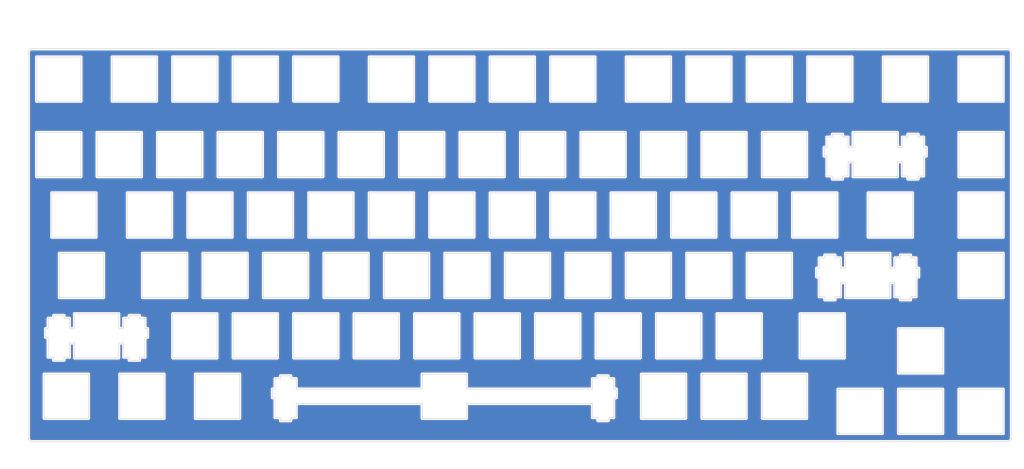
<source format=kicad_pcb>
(kicad_pcb (version 20221018) (generator pcbnew)
  (layers (0 "F.Cu" signal) (31 "B.Cu" signal) (34 "B.Paste" user) (35 "F.Paste" user) (36 "B.SilkS" user "B.Silkscreen") (37 "F.SilkS" user "F.Silkscreen") (38 "B.Mask" user) (39 "F.Mask" user) (44 "Edge.Cuts" user))
  (net 0 "")
  (gr_line (start 280.435003 156.488) (end 280.435003 142.488003) (stroke (width 0.188976)) (layer "Edge.Cuts"))
  (gr_line (start 266.435003 199.349996) (end 280.435003 199.349996) (stroke (width 0.188976)) (layer "Edge.Cuts"))
  (gr_line (start 152.991005 228.149999) (end 152.991005 224.919996) (stroke (width 0.188976)) (layer "Edge.Cuts"))
  (gr_line (start 419.677999 218.169996) (end 419.677999 211.899999) (stroke (width 0.188976)) (layer "Edge.Cuts"))
  (gr_line (start 278.052999 251.799993) (end 317.677999 251.799993) (stroke (width 0.188976)) (layer "Edge.Cuts"))
  (gr_line (start 419.677999 205.869993) (end 417.952993 205.869993) (stroke (width 0.188976)) (layer "Edge.Cuts"))
  (gr_line (start 158.991005 242.499997) (end 144.991005 242.499997) (stroke (width 0.188976)) (layer "Edge.Cuts"))
  (gr_line (start 380.447012 156.488) (end 380.447012 142.488003) (stroke (width 0.188976)) (layer "Edge.Cuts"))
  (gr_line (start 166.422004 156.488) (end 180.422006 156.488) (stroke (width 0.188976)) (layer "Edge.Cuts"))
  (gr_line (start 447.121999 180.3) (end 447.121999 166.3) (stroke (width 0.188976)) (layer "Edge.Cuts"))
  (gr_line (start 412.927999 213.699994) (end 412.927999 218.169996) (stroke (width 0.188976)) (layer "Edge.Cuts"))
  (gr_line (start 242.335004 199.349996) (end 242.335004 185.35) (stroke (width 0.188976)) (layer "Edge.Cuts"))
  (gr_line (start 323.585012 185.35) (end 323.585012 199.349996) (stroke (width 0.188976)) (layer "Edge.Cuts"))
  (gr_line (start 390.685003 170.999997) (end 390.685003 173.8) (stroke (width 0.188976)) (layer "Edge.Cuts"))
  (gr_line (start 389.128011 205.869993) (end 389.128011 209.099996) (stroke (width 0.188976)) (layer "Edge.Cuts"))
  (gr_line (start 158.991005 256.499997) (end 158.991005 242.499997) (stroke (width 0.188976)) (layer "Edge.Cuts"))
  (gr_line (start 166.422004 142.488003) (end 166.422004 156.488) (stroke (width 0.188976)) (layer "Edge.Cuts"))
  (gr_line (start 170.041006 228.149999) (end 168.516004 228.149999) (stroke (width 0.188976)) (layer "Edge.Cuts"))
  (gr_line (start 411.403005 218.399999) (end 411.403005 213.699994) (stroke (width 0.188976)) (layer "Edge.Cuts"))
  (gr_line (start 171.766004 224.919996) (end 170.041006 224.919996) (stroke (width 0.188976)) (layer "Edge.Cuts"))
  (gr_line (start 397.403005 218.399999) (end 411.403005 218.399999) (stroke (width 0.188976)) (layer "Edge.Cuts"))
  (gr_line (start 280.435003 185.35) (end 266.435003 185.35) (stroke (width 0.188976)) (layer "Edge.Cuts"))
  (gr_line (start 149.753005 218.399999) (end 163.753006 218.399999) (stroke (width 0.188976)) (layer "Edge.Cuts"))
  (gr_line (start 414.653005 219.149999) (end 417.952993 219.149999) (stroke (width 0.188976)) (layer "Edge.Cuts"))
  (gr_line (start 371.210012 166.3) (end 371.210012 180.3) (stroke (width 0.188976)) (layer "Edge.Cuts"))
  (gr_line (start 366.447012 142.488003) (end 366.447012 156.488) (stroke (width 0.188976)) (layer "Edge.Cuts"))
  (gr_line (start 289.960012 180.3) (end 289.960012 166.3) (stroke (width 0.188976)) (layer "Edge.Cuts"))
  (gr_line (start 142.610005 156.488) (end 156.610004 156.488) (stroke (width 0.188976)) (layer "Edge.Cuts"))
  (gr_line (start 156.610004 180.3) (end 156.610004 166.3) (stroke (width 0.188976)) (layer "Edge.Cuts"))
  (gr_line (start 271.197012 204.399999) (end 271.197012 218.399999) (stroke (width 0.188976)) (layer "Edge.Cuts"))
  (gr_line (start 275.672002 237.449994) (end 275.672002 223.449994) (stroke (width 0.188976)) (layer "Edge.Cuts"))
  (gr_line (start 161.660005 180.3) (end 175.660005 180.3) (stroke (width 0.188976)) (layer "Edge.Cuts"))
  (gr_line (start 219.403005 243.049993) (end 219.403005 243.969999) (stroke (width 0.188976)) (layer "Edge.Cuts"))
  (gr_line (start 333.110006 166.3) (end 333.110006 180.3) (stroke (width 0.188976)) (layer "Edge.Cuts"))
  (gr_line (start 285.485006 185.35) (end 285.485006 199.349996) (stroke (width 0.188976)) (layer "Edge.Cuts"))
  (gr_line (start 417.034994 180.070001) (end 417.034994 181.05) (stroke (width 0.188976)) (layer "Edge.Cuts"))
  (gr_line (start 154.516004 228.149999) (end 152.991005 228.149999) (stroke (width 0.188976)) (layer "Edge.Cuts"))
  (gr_line (start 309.01 166.3) (end 295.01 166.3) (stroke (width 0.188976)) (layer "Edge.Cuts"))
  (gr_line (start 323.297002 218.399999) (end 323.297002 204.399999) (stroke (width 0.188976)) (layer "Edge.Cuts"))
  (gr_line (start 322.703008 257.249997) (end 322.703008 256.269994) (stroke (width 0.188976)) (layer "Edge.Cuts"))
  (gr_line (start 163.753006 218.399999) (end 163.753006 204.399999) (stroke (width 0.188976)) (layer "Edge.Cuts"))
  (gr_line (start 223.572004 156.488) (end 237.572004 156.488) (stroke (width 0.188976)) (layer "Edge.Cuts"))
  (gr_line (start 264.052007 242.499997) (end 264.052007 247.199994) (stroke (width 0.188976)) (layer "Edge.Cuts"))
  (gr_line (start 280.435003 199.349996) (end 280.435003 185.35) (stroke (width 0.188976)) (layer "Edge.Cuts"))
  (gr_line (start 163.753006 204.399999) (end 149.753005 204.399999) (stroke (width 0.188976)) (layer "Edge.Cuts"))
  (gr_line (start 204.522009 142.488003) (end 204.522009 156.488) (stroke (width 0.188976)) (layer "Edge.Cuts"))
  (gr_line (start 328.347005 142.488003) (end 328.347005 156.488) (stroke (width 0.188976)) (layer "Edge.Cuts"))
  (gr_line (start 422.060018 167.769998) (end 420.335012 167.769998) (stroke (width 0.188976)) (layer "Edge.Cuts"))
  (gr_line (start 216.853002 247.199994) (end 216.853002 249.999997) (stroke (width 0.188976)) (layer "Edge.Cuts"))
  (gr_line (start 342.635 185.35) (end 342.635 199.349996) (stroke (width 0.188976)) (layer "Edge.Cuts"))
  (gr_line (start 383.116003 223.449994) (end 383.116003 237.449994) (stroke (width 0.188976)) (layer "Edge.Cuts"))
  (gr_line (start 447.121999 218.399999) (end 447.121999 204.399999) (stroke (width 0.188976)) (layer "Edge.Cuts"))
  (gr_line (start 447.121999 142.488003) (end 433.121999 142.488003) (stroke (width 0.188976)) (layer "Edge.Cuts"))
  (gr_line (start 380.447012 142.488003) (end 366.447012 142.488003) (stroke (width 0.188976)) (layer "Edge.Cuts"))
  (gr_line (start 333.110006 256.499997) (end 347.110006 256.499997) (stroke (width 0.188976)) (layer "Edge.Cuts"))
  (gr_line (start 380.447012 218.399999) (end 380.447012 204.399999) (stroke (width 0.188976)) (layer "Edge.Cuts"))
  (gr_line (start 209.285001 185.35) (end 209.285001 199.349996) (stroke (width 0.188976)) (layer "Edge.Cuts"))
  (gr_line (start 347.397009 204.399999) (end 347.397009 218.399999) (stroke (width 0.188976)) (layer "Edge.Cuts"))
  (gr_line (start 318.535009 142.488003) (end 304.535009 142.488003) (stroke (width 0.188976)) (layer "Edge.Cuts"))
  (gr_line (start 393.233999 181.05) (end 396.534994 181.05) (stroke (width 0.188976)) (layer "Edge.Cuts"))
  (gr_line (start 393.233999 167.769998) (end 391.51 167.769998) (stroke (width 0.188976)) (layer "Edge.Cuts"))
  (gr_line (start 396.534994 181.05) (end 396.534994 180.070001) (stroke (width 0.188976)) (layer "Edge.Cuts"))
  (gr_line (start 366.160009 256.499997) (end 366.160009 242.499997) (stroke (width 0.188976)) (layer "Edge.Cuts"))
  (gr_line (start 417.952993 218.169996) (end 419.677999 218.169996) (stroke (width 0.188976)) (layer "Edge.Cuts"))
  (gr_line (start 294.722005 223.449994) (end 280.722005 223.449994) (stroke (width 0.188976)) (layer "Edge.Cuts"))
  (gr_line (start 318.535009 199.349996) (end 318.535009 185.35) (stroke (width 0.188976)) (layer "Edge.Cuts"))
  (gr_line (start 151.266004 224.919996) (end 151.266004 223.999997) (stroke (width 0.188976)) (layer "Edge.Cuts"))
  (gr_line (start 397.116018 237.449994) (end 397.116018 223.449994) (stroke (width 0.188976)) (layer "Edge.Cuts"))
  (gr_line (start 347.397009 156.488) (end 361.397009 156.488) (stroke (width 0.188976)) (layer "Edge.Cuts"))
  (gr_line (start 361.397009 142.488003) (end 347.397009 142.488003) (stroke (width 0.188976)) (layer "Edge.Cuts"))
  (gr_line (start 182.803007 256.499997) (end 182.803007 242.499997) (stroke (width 0.188976)) (layer "Edge.Cuts"))
  (gr_line (start 192.616006 256.499997) (end 206.616003 256.499997) (stroke (width 0.188976)) (layer "Edge.Cuts"))
  (gr_line (start 270.910009 180.3) (end 270.910009 166.3) (stroke (width 0.188976)) (layer "Edge.Cuts"))
  (gr_line (start 180.710004 180.3) (end 194.710004 180.3) (stroke (width 0.188976)) (layer "Edge.Cuts"))
  (gr_line (start 422.060018 170.999997) (end 422.060018 167.769998) (stroke (width 0.188976)) (layer "Edge.Cuts"))
  (gr_line (start 419.677999 211.899999) (end 420.503011 211.899999) (stroke (width 0.188976)) (layer "Edge.Cuts"))
  (gr_line (start 328.347005 156.488) (end 342.347005 156.488) (stroke (width 0.188976)) (layer "Edge.Cuts"))
  (gr_line (start 404.547018 199.349996) (end 418.547018 199.349996) (stroke (width 0.188976)) (layer "Edge.Cuts"))
  (gr_line (start 242.622007 237.449994) (end 256.622007 237.449994) (stroke (width 0.188976)) (layer "Edge.Cuts"))
  (gr_line (start 433.121999 247.262998) (end 433.121999 261.262998) (stroke (width 0.188976)) (layer "Edge.Cuts"))
  (gr_line (start 299.772009 237.449994) (end 313.772009 237.449994) (stroke (width 0.188976)) (layer "Edge.Cuts"))
  (gr_line (start 396.534994 167.769998) (end 396.534994 166.850002) (stroke (width 0.188976)) (layer "Edge.Cuts"))
  (gr_line (start 388.302999 211.899999) (end 389.128011 211.899999) (stroke (width 0.188976)) (layer "Edge.Cuts"))
  (gr_line (start 233.097005 204.399999) (end 233.097005 218.399999) (stroke (width 0.188976)) (layer "Edge.Cuts"))
  (gr_line (start 418.547018 185.35) (end 404.547018 185.35) (stroke (width 0.188976)) (layer "Edge.Cuts"))
  (gr_line (start 411.403005 204.399999) (end 397.403005 204.399999) (stroke (width 0.188976)) (layer "Edge.Cuts"))
  (gr_line (start 217.678007 247.199994) (end 216.853002 247.199994) (stroke (width 0.188976)) (layer "Edge.Cuts"))
  (gr_line (start 412.927999 218.169996) (end 414.653005 218.169996) (stroke (width 0.188976)) (layer "Edge.Cuts"))
  (gr_line (start 285.197012 218.399999) (end 285.197012 204.399999) (stroke (width 0.188976)) (layer "Edge.Cuts"))
  (gr_line (start 168.516004 237.449994) (end 168.516004 232.749997) (stroke (width 0.188976)) (layer "Edge.Cuts"))
  (gr_line (start 199.472005 223.449994) (end 185.472005 223.449994) (stroke (width 0.188976)) (layer "Edge.Cuts"))
  (gr_line (start 168.516004 223.449994) (end 154.516004 223.449994) (stroke (width 0.188976)) (layer "Edge.Cuts"))
  (gr_line (start 447.121999 166.3) (end 433.121999 166.3) (stroke (width 0.188976)) (layer "Edge.Cuts"))
  (gr_line (start 189.947004 218.399999) (end 189.947004 204.399999) (stroke (width 0.188976)) (layer "Edge.Cuts"))
  (gr_line (start 324.427999 249.999997) (end 325.253011 249.999997) (stroke (width 0.188976)) (layer "Edge.Cuts"))
  (gr_line (start 396.534994 180.070001) (end 398.26 180.070001) (stroke (width 0.188976)) (layer "Edge.Cuts"))
  (gr_line (start 266.147009 204.399999) (end 252.147009 204.399999) (stroke (width 0.188976)) (layer "Edge.Cuts"))
  (gr_line (start 337.871999 223.449994) (end 337.871999 237.449994) (stroke (width 0.188976)) (layer "Edge.Cuts"))
  (gr_line (start 192.616006 242.499997) (end 192.616006 256.499997) (stroke (width 0.188976)) (layer "Edge.Cuts"))
  (gr_line (start 422.885 173.8) (end 422.885 170.999997) (stroke (width 0.188976)) (layer "Edge.Cuts"))
  (gr_line (start 216.853002 249.999997) (end 217.678007 249.999997) (stroke (width 0.188976)) (layer "Edge.Cuts"))
  (gr_line (start 232.810003 180.3) (end 232.810003 166.3) (stroke (width 0.188976)) (layer "Edge.Cuts"))
  (gr_line (start 176.791006 224.919996) (end 175.066003 224.919996) (stroke (width 0.188976)) (layer "Edge.Cuts"))
  (gr_line (start 314.060003 180.3) (end 328.060003 180.3) (stroke (width 0.188976)) (layer "Edge.Cuts"))
  (gr_line (start 394.151998 204.949994) (end 390.853002 204.949994) (stroke (width 0.188976)) (layer "Edge.Cuts"))
  (gr_line (start 433.121999 199.349996) (end 447.121999 199.349996) (stroke (width 0.188976)) (layer "Edge.Cuts"))
  (gr_line (start 324.427999 247.199994) (end 324.427999 243.969999) (stroke (width 0.188976)) (layer "Edge.Cuts"))
  (gr_line (start 145.416005 228.149999) (end 145.416005 230.949994) (stroke (width 0.188976)) (layer "Edge.Cuts"))
  (gr_line (start 223.285001 199.349996) (end 223.285001 185.35) (stroke (width 0.188976)) (layer "Edge.Cuts"))
  (gr_line (start 420.503011 211.899999) (end 420.503011 209.099996) (stroke (width 0.188976)) (layer "Edge.Cuts"))
  (gr_line (start 395.021993 247.262998) (end 395.021993 261.262998) (stroke (width 0.188976)) (layer "Edge.Cuts"))
  (gr_line (start 422.060018 180.070001) (end 422.060018 173.8) (stroke (width 0.188976)) (layer "Edge.Cuts"))
  (gr_line (start 328.060003 166.3) (end 314.060003 166.3) (stroke (width 0.188976)) (layer "Edge.Cuts"))
  (gr_line (start 251.859007 180.3) (end 251.859007 166.3) (stroke (width 0.188976)) (layer "Edge.Cuts"))
  (gr_line (start 152.991005 232.749997) (end 154.516004 232.749997) (stroke (width 0.188976)) (layer "Edge.Cuts"))
  (gr_line (start 313.772009 223.449994) (end 299.772009 223.449994) (stroke (width 0.188976)) (layer "Edge.Cuts"))
  (gr_line (start 322.703008 256.269994) (end 324.427999 256.269994) (stroke (width 0.188976)) (layer "Edge.Cuts"))
  (gr_line (start 422.885 170.999997) (end 422.060018 170.999997) (stroke (width 0.188976)) (layer "Edge.Cuts"))
  (gr_line (start 393.233999 180.070001) (end 393.233999 181.05) (stroke (width 0.188976)) (layer "Edge.Cuts"))
  (gr_line (start 318.822012 237.449994) (end 332.822012 237.449994) (stroke (width 0.188976)) (layer "Edge.Cuts"))
  (gr_line (start 417.034994 181.05) (end 420.335012 181.05) (stroke (width 0.188976)) (layer "Edge.Cuts"))
  (gr_line (start 428.072012 228.212995) (end 414.072012 228.212995) (stroke (width 0.188976)) (layer "Edge.Cuts"))
  (gr_line (start 199.760008 166.3) (end 199.760008 180.3) (stroke (width 0.188976)) (layer "Edge.Cuts"))
  (gr_line (start 347.397009 142.488003) (end 347.397009 156.488) (stroke (width 0.188976)) (layer "Edge.Cuts"))
  (gr_line (start 224.428007 243.969999) (end 222.703008 243.969999) (stroke (width 0.188976)) (layer "Edge.Cuts"))
  (gr_line (start 261.672002 237.449994) (end 275.672002 237.449994) (stroke (width 0.188976)) (layer "Edge.Cuts"))
  (gr_line (start 413.784994 166.3) (end 399.784994 166.3) (stroke (width 0.188976)) (layer "Edge.Cuts"))
  (gr_line (start 415.310018 175.6) (end 415.310018 180.070001) (stroke (width 0.188976)) (layer "Edge.Cuts"))
  (gr_line (start 146.241005 230.949994) (end 146.241005 237.219999) (stroke (width 0.188976)) (layer "Edge.Cuts"))
  (gr_line (start 411.403005 209.099996) (end 411.403005 204.399999) (stroke (width 0.188976)) (layer "Edge.Cuts"))
  (gr_line (start 396.534994 166.850002) (end 393.233999 166.850002) (stroke (width 0.188976)) (layer "Edge.Cuts"))
  (gr_line (start 247.097005 204.399999) (end 233.097005 204.399999) (stroke (width 0.188976)) (layer "Edge.Cuts"))
  (gr_line (start 185.472005 237.449994) (end 199.472005 237.449994) (stroke (width 0.188976)) (layer "Edge.Cuts"))
  (gr_line (start 171.766004 223.999997) (end 171.766004 224.919996) (stroke (width 0.188976)) (layer "Edge.Cuts"))
  (gr_line (start 433.121999 204.399999) (end 433.121999 218.399999) (stroke (width 0.188976)) (layer "Edge.Cuts"))
  (gr_line (start 261.385008 142.488003) (end 247.385008 142.488003) (stroke (width 0.188976)) (layer "Edge.Cuts"))
  (gr_line (start 175.660005 180.3) (end 175.660005 166.3) (stroke (width 0.188976)) (layer "Edge.Cuts"))
  (gr_line (start 304.535009 199.349996) (end 318.535009 199.349996) (stroke (width 0.188976)) (layer "Edge.Cuts"))
  (gr_line (start 411.403005 213.699994) (end 412.927999 213.699994) (stroke (width 0.188976)) (layer "Edge.Cuts"))
  (gr_line (start 171.766004 237.219999) (end 171.766004 238.199994) (stroke (width 0.188976)) (layer "Edge.Cuts"))
  (gr_line (start 317.677999 251.799993) (end 317.677999 256.269994) (stroke (width 0.188976)) (layer "Edge.Cuts"))
  (gr_line (start 185.472005 223.449994) (end 185.472005 237.449994) (stroke (width 0.188976)) (layer "Edge.Cuts"))
  (gr_line (start 322.703008 243.049993) (end 319.403005 243.049993) (stroke (width 0.188976)) (layer "Edge.Cuts"))
  (gr_line (start 323.297002 204.399999) (end 309.297002 204.399999) (stroke (width 0.188976)) (layer "Edge.Cuts"))
  (gr_line (start 147.966005 238.199994) (end 151.266004 238.199994) (stroke (width 0.188976)) (layer "Edge.Cuts"))
  (gr_line (start 152.991005 237.219999) (end 152.991005 232.749997) (stroke (width 0.188976)) (layer "Edge.Cuts"))
  (gr_line (start 142.610005 166.3) (end 142.610005 180.3) (stroke (width 0.188976)) (layer "Edge.Cuts"))
  (gr_line (start 390.853002 219.149999) (end 394.151998 219.149999) (stroke (width 0.188976)) (layer "Edge.Cuts"))
  (gr_line (start 171.185007 185.35) (end 171.185007 199.349996) (stroke (width 0.188976)) (layer "Edge.Cuts"))
  (gr_line (start 394.733999 199.349996) (end 394.733999 185.35) (stroke (width 0.188976)) (layer "Edge.Cuts"))
  (gr_line (start 423.310018 156.488) (end 423.310018 142.488003) (stroke (width 0.188976)) (layer "Edge.Cuts"))
  (gr_line (start 447.121999 185.35) (end 433.121999 185.35) (stroke (width 0.188976)) (layer "Edge.Cuts"))
  (gr_line (start 333.110006 180.3) (end 347.110006 180.3) (stroke (width 0.188976)) (layer "Edge.Cuts"))
  (gr_line (start 380.735006 185.35) (end 380.735006 199.349996) (stroke (width 0.188976)) (layer "Edge.Cuts"))
  (gr_line (start 199.472005 237.449994) (end 199.472005 223.449994) (stroke (width 0.188976)) (layer "Edge.Cuts"))
  (gr_line (start 325.253011 247.199994) (end 324.427999 247.199994) (stroke (width 0.188976)) (layer "Edge.Cuts"))
  (gr_line (start 304.246999 204.399999) (end 290.246999 204.399999) (stroke (width 0.188976)) (layer "Edge.Cuts"))
  (gr_line (start 278.052999 256.499997) (end 278.052999 251.799993) (stroke (width 0.188976)) (layer "Edge.Cuts"))
  (gr_line (start 449.648 140.963002) (end 449.648 262.788984) (stroke (width 0.188976)) (layer "Edge.Cuts"))
  (gr_line (start 433.121999 261.262998) (end 447.121999 261.262998) (stroke (width 0.188976)) (layer "Edge.Cuts"))
  (gr_line (start 154.516004 232.749997) (end 154.516004 237.449994) (stroke (width 0.188976)) (layer "Edge.Cuts"))
  (gr_line (start 299.485006 156.488) (end 299.485006 142.488003) (stroke (width 0.188976)) (layer "Edge.Cuts"))
  (gr_line (start 213.760008 180.3) (end 213.760008 166.3) (stroke (width 0.188976)) (layer "Edge.Cuts"))
  (gr_line (start 304.246999 218.399999) (end 304.246999 204.399999) (stroke (width 0.188976)) (layer "Edge.Cuts"))
  (gr_line (start 194.997003 204.399999) (end 194.997003 218.399999) (stroke (width 0.188976)) (layer "Edge.Cuts"))
  (gr_line (start 356.635 199.349996) (end 356.635 185.35) (stroke (width 0.188976)) (layer "Edge.Cuts"))
  (gr_line (start 151.266004 223.999997) (end 147.966005 223.999997) (stroke (width 0.188976)) (layer "Edge.Cuts"))
  (gr_line (start 428.072012 261.262998) (end 428.072012 247.262998) (stroke (width 0.188976)) (layer "Edge.Cuts"))
  (gr_line (start 285.485006 142.488003) (end 285.485006 156.488) (stroke (width 0.188976)) (layer "Edge.Cuts"))
  (gr_line (start 280.722005 237.449994) (end 294.722005 237.449994) (stroke (width 0.188976)) (layer "Edge.Cuts"))
  (gr_line (start 413.784994 180.3) (end 413.784994 175.6) (stroke (width 0.188976)) (layer "Edge.Cuts"))
  (gr_line (start 218.522009 142.488003) (end 204.522009 142.488003) (stroke (width 0.188976)) (layer "Edge.Cuts"))
  (gr_line (start 224.428007 256.269994) (end 224.428007 251.799993) (stroke (width 0.188976)) (layer "Edge.Cuts"))
  (gr_line (start 261.385008 199.349996) (end 261.385008 185.35) (stroke (width 0.188976)) (layer "Edge.Cuts"))
  (gr_line (start 149.753005 204.399999) (end 149.753005 218.399999) (stroke (width 0.188976)) (layer "Edge.Cuts"))
  (gr_line (start 380.447012 204.399999) (end 366.447012 204.399999) (stroke (width 0.188976)) (layer "Edge.Cuts"))
  (gr_line (start 414.072012 242.212995) (end 428.072012 242.212995) (stroke (width 0.188976)) (layer "Edge.Cuts"))
  (gr_line (start 275.960012 180.3) (end 289.960012 180.3) (stroke (width 0.188976)) (layer "Edge.Cuts"))
  (gr_line (start 395.878011 218.169996) (end 395.878011 213.699994) (stroke (width 0.188976)) (layer "Edge.Cuts"))
  (gr_line (start 141.085005 139.963002) (end 448.648 139.963002) (stroke (width 0.188976)) (layer "Edge.Cuts"))
  (gr_line (start 199.472005 142.488003) (end 185.472005 142.488003) (stroke (width 0.188976)) (layer "Edge.Cuts"))
  (gr_line (start 228.047002 218.399999) (end 228.047002 204.399999) (stroke (width 0.188976)) (layer "Edge.Cuts"))
  (gr_line (start 333.110006 242.499997) (end 333.110006 256.499997) (stroke (width 0.188976)) (layer "Edge.Cuts"))
  (gr_line (start 352.160009 166.3) (end 352.160009 180.3) (stroke (width 0.188976)) (layer "Edge.Cuts"))
  (gr_line (start 304.535009 142.488003) (end 304.535009 156.488) (stroke (width 0.188976)) (layer "Edge.Cuts"))
  (gr_line (start 356.635 185.35) (end 342.635 185.35) (stroke (width 0.188976)) (layer "Edge.Cuts"))
  (gr_line (start 147.966005 237.219999) (end 147.966005 238.199994) (stroke (width 0.188976)) (layer "Edge.Cuts"))
  (gr_line (start 223.285001 185.35) (end 209.285001 185.35) (stroke (width 0.188976)) (layer "Edge.Cuts"))
  (gr_line (start 447.121999 199.349996) (end 447.121999 185.35) (stroke (width 0.188976)) (layer "Edge.Cuts"))
  (gr_line (start 397.403005 209.099996) (end 395.878011 209.099996) (stroke (width 0.188976)) (layer "Edge.Cuts"))
  (gr_line (start 324.427999 243.969999) (end 322.703008 243.969999) (stroke (width 0.188976)) (layer "Edge.Cuts"))
  (gr_line (start 337.871999 237.449994) (end 351.871999 237.449994) (stroke (width 0.188976)) (layer "Edge.Cuts"))
  (gr_line (start 409.310018 142.488003) (end 409.310018 156.488) (stroke (width 0.188976)) (layer "Edge.Cuts"))
  (gr_line (start 332.822012 223.449994) (end 318.822012 223.449994) (stroke (width 0.188976)) (layer "Edge.Cuts"))
  (gr_line (start 237.572004 142.488003) (end 223.572004 142.488003) (stroke (width 0.188976)) (layer "Edge.Cuts"))
  (gr_line (start 289.960012 166.3) (end 275.960012 166.3) (stroke (width 0.188976)) (layer "Edge.Cuts"))
  (gr_line (start 222.703008 243.049993) (end 219.403005 243.049993) (stroke (width 0.188976)) (layer "Edge.Cuts"))
  (gr_line (start 285.485006 156.488) (end 299.485006 156.488) (stroke (width 0.188976)) (layer "Edge.Cuts"))
  (gr_line (start 420.335012 167.769998) (end 420.335012 166.850002) (stroke (width 0.188976)) (layer "Edge.Cuts"))
  (gr_line (start 206.616003 242.499997) (end 192.616006 242.499997) (stroke (width 0.188976)) (layer "Edge.Cuts"))
  (gr_line (start 420.335012 180.070001) (end 422.060018 180.070001) (stroke (width 0.188976)) (layer "Edge.Cuts"))
  (gr_line (start 266.435003 185.35) (end 266.435003 199.349996) (stroke (width 0.188976)) (layer "Edge.Cuts"))
  (gr_line (start 304.535009 156.488) (end 318.535009 156.488) (stroke (width 0.188976)) (layer "Edge.Cuts"))
  (gr_line (start 389.128011 209.099996) (end 388.302999 209.099996) (stroke (width 0.188976)) (layer "Edge.Cuts"))
  (gr_line (start 361.685003 185.35) (end 361.685003 199.349996) (stroke (width 0.188976)) (layer "Edge.Cuts"))
  (gr_line (start 256.622007 223.449994) (end 242.622007 223.449994) (stroke (width 0.188976)) (layer "Edge.Cuts"))
  (gr_arc (start 141.085005 263.788984) (mid 140.377901 263.496092) (end 140.085005 262.788984) (stroke (width 0.188976)) (layer "Edge.Cuts"))
  (gr_line (start 399.496999 156.488) (end 399.496999 142.488003) (stroke (width 0.188976)) (layer "Edge.Cuts"))
  (gr_line (start 397.403005 213.699994) (end 397.403005 218.399999) (stroke (width 0.188976)) (layer "Edge.Cuts"))
  (gr_line (start 247.385008 199.349996) (end 261.385008 199.349996) (stroke (width 0.188976)) (layer "Edge.Cuts"))
  (gr_line (start 233.097005 218.399999) (end 247.097005 218.399999) (stroke (width 0.188976)) (layer "Edge.Cuts"))
  (gr_line (start 185.185007 199.349996) (end 185.185007 185.35) (stroke (width 0.188976)) (layer "Edge.Cuts"))
  (gr_line (start 180.422006 156.488) (end 180.422006 142.488003) (stroke (width 0.188976)) (layer "Edge.Cuts"))
  (gr_line (start 218.522009 237.449994) (end 218.522009 223.449994) (stroke (width 0.188976)) (layer "Edge.Cuts"))
  (gr_line (start 180.422006 142.488003) (end 166.422004 142.488003) (stroke (width 0.188976)) (layer "Edge.Cuts"))
  (gr_line (start 385.210012 166.3) (end 371.210012 166.3) (stroke (width 0.188976)) (layer "Edge.Cuts"))
  (gr_line (start 414.072012 228.212995) (end 414.072012 242.212995) (stroke (width 0.188976)) (layer "Edge.Cuts"))
  (gr_line (start 447.121999 247.262998) (end 433.121999 247.262998) (stroke (width 0.188976)) (layer "Edge.Cuts"))
  (gr_line (start 356.922002 223.449994) (end 356.922002 237.449994) (stroke (width 0.188976)) (layer "Edge.Cuts"))
  (gr_line (start 414.072012 261.262998) (end 428.072012 261.262998) (stroke (width 0.188976)) (layer "Edge.Cuts"))
  (gr_line (start 224.428007 251.799993) (end 264.052007 251.799993) (stroke (width 0.188976)) (layer "Edge.Cuts"))
  (gr_line (start 204.235006 185.35) (end 190.235006 185.35) (stroke (width 0.188976)) (layer "Edge.Cuts"))
  (gr_line (start 375.685003 199.349996) (end 375.685003 185.35) (stroke (width 0.188976)) (layer "Edge.Cuts"))
  (gr_line (start 366.447012 204.399999) (end 366.447012 218.399999) (stroke (width 0.188976)) (layer "Edge.Cuts"))
  (gr_line (start 319.403005 243.049993) (end 319.403005 243.969999) (stroke (width 0.188976)) (layer "Edge.Cuts"))
  (gr_line (start 247.097005 218.399999) (end 247.097005 204.399999) (stroke (width 0.188976)) (layer "Edge.Cuts"))
  (gr_line (start 324.427999 256.269994) (end 324.427999 249.999997) (stroke (width 0.188976)) (layer "Edge.Cuts"))
  (gr_line (start 342.347005 156.488) (end 342.347005 142.488003) (stroke (width 0.188976)) (layer "Edge.Cuts"))
  (gr_line (start 261.672002 223.449994) (end 261.672002 237.449994) (stroke (width 0.188976)) (layer "Edge.Cuts"))
  (gr_line (start 177.616006 228.149999) (end 176.791006 228.149999) (stroke (width 0.188976)) (layer "Edge.Cuts"))
  (gr_line (start 356.922002 237.449994) (end 370.922002 237.449994) (stroke (width 0.188976)) (layer "Edge.Cuts"))
  (gr_line (start 319.403005 243.969999) (end 317.677999 243.969999) (stroke (width 0.188976)) (layer "Edge.Cuts"))
  (gr_line (start 144.991005 256.499997) (end 158.991005 256.499997) (stroke (width 0.188976)) (layer "Edge.Cuts"))
  (gr_line (start 414.653005 204.949994) (end 414.653005 205.869993) (stroke (width 0.188976)) (layer "Edge.Cuts"))
  (gr_line (start 218.522009 223.449994) (end 204.522009 223.449994) (stroke (width 0.188976)) (layer "Edge.Cuts"))
  (gr_line (start 151.266004 237.219999) (end 152.991005 237.219999) (stroke (width 0.188976)) (layer "Edge.Cuts"))
  (gr_line (start 161.660005 166.3) (end 161.660005 180.3) (stroke (width 0.188976)) (layer "Edge.Cuts"))
  (gr_line (start 154.516004 223.449994) (end 154.516004 228.149999) (stroke (width 0.188976)) (layer "Edge.Cuts"))
  (gr_line (start 414.072012 247.262998) (end 414.072012 261.262998) (stroke (width 0.188976)) (layer "Edge.Cuts"))
  (gr_line (start 190.235006 185.35) (end 190.235006 199.349996) (stroke (width 0.188976)) (layer "Edge.Cuts"))
  (gr_line (start 394.733999 185.35) (end 380.735006 185.35) (stroke (width 0.188976)) (layer "Edge.Cuts"))
  (gr_line (start 325.253011 249.999997) (end 325.253011 247.199994) (stroke (width 0.188976)) (layer "Edge.Cuts"))
  (gr_line (start 409.310018 156.488) (end 423.310018 156.488) (stroke (width 0.188976)) (layer "Edge.Cuts"))
  (gr_line (start 232.810003 166.3) (end 218.810003 166.3) (stroke (width 0.188976)) (layer "Edge.Cuts"))
  (gr_line (start 142.610005 180.3) (end 156.610004 180.3) (stroke (width 0.188976)) (layer "Edge.Cuts"))
  (gr_line (start 264.052007 256.499997) (end 278.052999 256.499997) (stroke (width 0.188976)) (layer "Edge.Cuts"))
  (gr_line (start 380.735006 199.349996) (end 394.733999 199.349996) (stroke (width 0.188976)) (layer "Edge.Cuts"))
  (gr_line (start 391.51 167.769998) (end 391.51 170.999997) (stroke (width 0.188976)) (layer "Edge.Cuts"))
  (gr_line (start 219.403005 257.249997) (end 222.703008 257.249997) (stroke (width 0.188976)) (layer "Edge.Cuts"))
  (gr_line (start 280.435003 142.488003) (end 266.435003 142.488003) (stroke (width 0.188976)) (layer "Edge.Cuts"))
  (gr_line (start 433.121999 142.488003) (end 433.121999 156.488) (stroke (width 0.188976)) (layer "Edge.Cuts"))
  (gr_line (start 228.335004 185.35) (end 228.335004 199.349996) (stroke (width 0.188976)) (layer "Edge.Cuts"))
  (gr_line (start 390.853002 204.949994) (end 390.853002 205.869993) (stroke (width 0.188976)) (layer "Edge.Cuts"))
  (gr_line (start 423.310018 142.488003) (end 409.310018 142.488003) (stroke (width 0.188976)) (layer "Edge.Cuts"))
  (gr_line (start 295.01 166.3) (end 295.01 180.3) (stroke (width 0.188976)) (layer "Edge.Cuts"))
  (gr_line (start 347.110006 166.3) (end 333.110006 166.3) (stroke (width 0.188976)) (layer "Edge.Cuts"))
  (gr_line (start 447.121999 261.262998) (end 447.121999 247.262998) (stroke (width 0.188976)) (layer "Edge.Cuts"))
  (gr_line (start 351.871999 223.449994) (end 337.871999 223.449994) (stroke (width 0.188976)) (layer "Edge.Cuts"))
  (gr_line (start 237.572004 156.488) (end 237.572004 142.488003) (stroke (width 0.188976)) (layer "Edge.Cuts"))
  (gr_line (start 170.041006 224.919996) (end 170.041006 228.149999) (stroke (width 0.188976)) (layer "Edge.Cuts"))
  (gr_line (start 420.335012 166.850002) (end 417.034994 166.850002) (stroke (width 0.188976)) (layer "Edge.Cuts"))
  (gr_line (start 170.041006 237.219999) (end 171.766004 237.219999) (stroke (width 0.188976)) (layer "Edge.Cuts"))
  (gr_line (start 175.066003 224.919996) (end 175.066003 223.999997) (stroke (width 0.188976)) (layer "Edge.Cuts"))
  (gr_line (start 366.160009 180.3) (end 366.160009 166.3) (stroke (width 0.188976)) (layer "Edge.Cuts"))
  (gr_line (start 204.522009 237.449994) (end 218.522009 237.449994) (stroke (width 0.188976)) (layer "Edge.Cuts"))
  (gr_line (start 347.110006 180.3) (end 347.110006 166.3) (stroke (width 0.188976)) (layer "Edge.Cuts"))
  (gr_line (start 161.372005 185.35) (end 147.372005 185.35) (stroke (width 0.188976)) (layer "Edge.Cuts"))
  (gr_line (start 218.522009 156.488) (end 218.522009 142.488003) (stroke (width 0.188976)) (layer "Edge.Cuts"))
  (gr_line (start 146.241005 228.149999) (end 145.416005 228.149999) (stroke (width 0.188976)) (layer "Edge.Cuts"))
  (gr_line (start 228.047002 204.399999) (end 214.047002 204.399999) (stroke (width 0.188976)) (layer "Edge.Cuts"))
  (gr_line (start 256.622007 237.449994) (end 256.622007 223.449994) (stroke (width 0.188976)) (layer "Edge.Cuts"))
  (gr_line (start 223.572004 142.488003) (end 223.572004 156.488) (stroke (width 0.188976)) (layer "Edge.Cuts"))
  (gr_line (start 399.784994 166.3) (end 399.784994 170.999997) (stroke (width 0.188976)) (layer "Edge.Cuts"))
  (gr_line (start 415.310018 180.070001) (end 417.034994 180.070001) (stroke (width 0.188976)) (layer "Edge.Cuts"))
  (gr_line (start 389.128011 218.169996) (end 390.853002 218.169996) (stroke (width 0.188976)) (layer "Edge.Cuts"))
  (gr_line (start 185.472005 142.488003) (end 185.472005 156.488) (stroke (width 0.188976)) (layer "Edge.Cuts"))
  (gr_line (start 399.496999 142.488003) (end 385.496999 142.488003) (stroke (width 0.188976)) (layer "Edge.Cuts"))
  (gr_line (start 404.547018 185.35) (end 404.547018 199.349996) (stroke (width 0.188976)) (layer "Edge.Cuts"))
  (gr_line (start 395.878011 209.099996) (end 395.878011 205.869993) (stroke (width 0.188976)) (layer "Edge.Cuts"))
  (gr_line (start 385.496999 156.488) (end 399.496999 156.488) (stroke (width 0.188976)) (layer "Edge.Cuts"))
  (gr_line (start 370.922002 223.449994) (end 356.922002 223.449994) (stroke (width 0.188976)) (layer "Edge.Cuts"))
  (gr_line (start 309.297002 218.399999) (end 323.297002 218.399999) (stroke (width 0.188976)) (layer "Edge.Cuts"))
  (gr_line (start 175.066003 223.999997) (end 171.766004 223.999997) (stroke (width 0.188976)) (layer "Edge.Cuts"))
  (gr_arc (start 140.085005 140.963002) (mid 140.377898 140.255896) (end 141.085005 139.963002) (stroke (width 0.188976)) (layer "Edge.Cuts"))
  (gr_line (start 264.052007 247.199994) (end 224.428007 247.199994) (stroke (width 0.188976)) (layer "Edge.Cuts"))
  (gr_line (start 194.997003 218.399999) (end 208.997007 218.399999) (stroke (width 0.188976)) (layer "Edge.Cuts"))
  (gr_line (start 147.966005 223.999997) (end 147.966005 224.919996) (stroke (width 0.188976)) (layer "Edge.Cuts"))
  (gr_line (start 261.385008 156.488) (end 261.385008 142.488003) (stroke (width 0.188976)) (layer "Edge.Cuts"))
  (gr_line (start 270.910009 166.3) (end 256.909002 166.3) (stroke (width 0.188976)) (layer "Edge.Cuts"))
  (gr_line (start 147.372005 185.35) (end 147.372005 199.349996) (stroke (width 0.188976)) (layer "Edge.Cuts"))
  (gr_line (start 347.397009 218.399999) (end 361.397009 218.399999) (stroke (width 0.188976)) (layer "Edge.Cuts"))
  (gr_line (start 398.26 167.769998) (end 396.534994 167.769998) (stroke (width 0.188976)) (layer "Edge.Cuts"))
  (gr_line (start 385.210012 180.3) (end 385.210012 166.3) (stroke (width 0.188976)) (layer "Edge.Cuts"))
  (gr_line (start 278.052999 242.499997) (end 264.052007 242.499997) (stroke (width 0.188976)) (layer "Edge.Cuts"))
  (gr_line (start 206.616003 256.499997) (end 206.616003 242.499997) (stroke (width 0.188976)) (layer "Edge.Cuts"))
  (gr_line (start 313.772009 237.449994) (end 313.772009 223.449994) (stroke (width 0.188976)) (layer "Edge.Cuts"))
  (gr_line (start 366.447012 156.488) (end 380.447012 156.488) (stroke (width 0.188976)) (layer "Edge.Cuts"))
  (gr_line (start 213.760008 166.3) (end 199.760008 166.3) (stroke (width 0.188976)) (layer "Edge.Cuts"))
  (gr_line (start 366.160009 166.3) (end 352.160009 166.3) (stroke (width 0.188976)) (layer "Edge.Cuts"))
  (gr_line (start 161.372005 199.349996) (end 161.372005 185.35) (stroke (width 0.188976)) (layer "Edge.Cuts"))
  (gr_line (start 347.110006 256.499997) (end 347.110006 242.499997) (stroke (width 0.188976)) (layer "Edge.Cuts"))
  (gr_line (start 419.677999 209.099996) (end 419.677999 205.869993) (stroke (width 0.188976)) (layer "Edge.Cuts"))
  (gr_line (start 415.310018 167.769998) (end 415.310018 170.999997) (stroke (width 0.188976)) (layer "Edge.Cuts"))
  (gr_line (start 347.110006 242.499997) (end 333.110006 242.499997) (stroke (width 0.188976)) (layer "Edge.Cuts"))
  (gr_line (start 176.791006 230.949994) (end 177.616006 230.949994) (stroke (width 0.188976)) (layer "Edge.Cuts"))
  (gr_line (start 397.403005 204.399999) (end 397.403005 209.099996) (stroke (width 0.188976)) (layer "Edge.Cuts"))
  (gr_line (start 428.072012 247.262998) (end 414.072012 247.262998) (stroke (width 0.188976)) (layer "Edge.Cuts"))
  (gr_line (start 398.26 175.6) (end 399.784994 175.6) (stroke (width 0.188976)) (layer "Edge.Cuts"))
  (gr_line (start 285.197012 204.399999) (end 271.197012 204.399999) (stroke (width 0.188976)) (layer "Edge.Cuts"))
  (gr_line (start 447.121999 156.488) (end 447.121999 142.488003) (stroke (width 0.188976)) (layer "Edge.Cuts"))
  (gr_line (start 299.485006 185.35) (end 285.485006 185.35) (stroke (width 0.188976)) (layer "Edge.Cuts"))
  (gr_line (start 322.703008 243.969999) (end 322.703008 243.049993) (stroke (width 0.188976)) (layer "Edge.Cuts"))
  (gr_line (start 332.822012 237.449994) (end 332.822012 223.449994) (stroke (width 0.188976)) (layer "Edge.Cuts"))
  (gr_line (start 328.347005 218.399999) (end 342.347005 218.399999) (stroke (width 0.188976)) (layer "Edge.Cuts"))
  (gr_line (start 168.803007 256.499997) (end 182.803007 256.499997) (stroke (width 0.188976)) (layer "Edge.Cuts"))
  (gr_line (start 370.922002 237.449994) (end 370.922002 223.449994) (stroke (width 0.188976)) (layer "Edge.Cuts"))
  (gr_line (start 361.397009 156.488) (end 361.397009 142.488003) (stroke (width 0.188976)) (layer "Edge.Cuts"))
  (gr_line (start 204.235006 199.349996) (end 204.235006 185.35) (stroke (width 0.188976)) (layer "Edge.Cuts"))
  (gr_line (start 147.966005 224.919996) (end 146.241005 224.919996) (stroke (width 0.188976)) (layer "Edge.Cuts"))
  (gr_line (start 175.066003 238.199994) (end 175.066003 237.219999) (stroke (width 0.188976)) (layer "Edge.Cuts"))
  (gr_line (start 389.128011 211.899999) (end 389.128011 218.169996) (stroke (width 0.188976)) (layer "Edge.Cuts"))
  (gr_line (start 417.952993 204.949994) (end 414.653005 204.949994) (stroke (width 0.188976)) (layer "Edge.Cuts"))
  (gr_line (start 290.246999 218.399999) (end 304.246999 218.399999) (stroke (width 0.188976)) (layer "Edge.Cuts"))
  (gr_line (start 147.372005 199.349996) (end 161.372005 199.349996) (stroke (width 0.188976)) (layer "Edge.Cuts"))
  (gr_line (start 171.766004 238.199994) (end 175.066003 238.199994) (stroke (width 0.188976)) (layer "Edge.Cuts"))
  (gr_line (start 366.447012 218.399999) (end 380.447012 218.399999) (stroke (width 0.188976)) (layer "Edge.Cuts"))
  (gr_line (start 417.034994 167.769998) (end 415.310018 167.769998) (stroke (width 0.188976)) (layer "Edge.Cuts"))
  (gr_line (start 417.952993 219.149999) (end 417.952993 218.169996) (stroke (width 0.188976)) (layer "Edge.Cuts"))
  (gr_line (start 352.160009 180.3) (end 366.160009 180.3) (stroke (width 0.188976)) (layer "Edge.Cuts"))
  (gr_line (start 146.241005 237.219999) (end 147.966005 237.219999) (stroke (width 0.188976)) (layer "Edge.Cuts"))
  (gr_line (start 318.535009 185.35) (end 304.535009 185.35) (stroke (width 0.188976)) (layer "Edge.Cuts"))
  (gr_line (start 222.703008 243.969999) (end 222.703008 243.049993) (stroke (width 0.188976)) (layer "Edge.Cuts"))
  (gr_line (start 242.335004 185.35) (end 228.335004 185.35) (stroke (width 0.188976)) (layer "Edge.Cuts"))
  (gr_arc (start 448.648 139.963002) (mid 449.355106 140.255895) (end 449.648 140.963002) (stroke (width 0.188976)) (layer "Edge.Cuts"))
  (gr_line (start 361.685003 199.349996) (end 375.685003 199.349996) (stroke (width 0.188976)) (layer "Edge.Cuts"))
  (gr_line (start 199.472005 156.488) (end 199.472005 142.488003) (stroke (width 0.188976)) (layer "Edge.Cuts"))
  (gr_line (start 409.021993 261.262998) (end 409.021993 247.262998) (stroke (width 0.188976)) (layer "Edge.Cuts"))
  (gr_line (start 390.685003 173.8) (end 391.51 173.8) (stroke (width 0.188976)) (layer "Edge.Cuts"))
  (gr_line (start 385.210012 242.499997) (end 371.210012 242.499997) (stroke (width 0.188976)) (layer "Edge.Cuts"))
  (gr_line (start 420.335012 181.05) (end 420.335012 180.070001) (stroke (width 0.188976)) (layer "Edge.Cuts"))
  (gr_line (start 309.297002 204.399999) (end 309.297002 218.399999) (stroke (width 0.188976)) (layer "Edge.Cuts"))
  (gr_line (start 176.791006 228.149999) (end 176.791006 224.919996) (stroke (width 0.188976)) (layer "Edge.Cuts"))
  (gr_line (start 140.085005 262.788984) (end 140.085005 140.963002) (stroke (width 0.188976)) (layer "Edge.Cuts"))
  (gr_line (start 175.947004 218.399999) (end 189.947004 218.399999) (stroke (width 0.188976)) (layer "Edge.Cuts"))
  (gr_line (start 285.485006 199.349996) (end 299.485006 199.349996) (stroke (width 0.188976)) (layer "Edge.Cuts"))
  (gr_line (start 371.210012 180.3) (end 385.210012 180.3) (stroke (width 0.188976)) (layer "Edge.Cuts"))
  (gr_line (start 447.121999 204.399999) (end 433.121999 204.399999) (stroke (width 0.188976)) (layer "Edge.Cuts"))
  (gr_line (start 399.784994 175.6) (end 399.784994 180.3) (stroke (width 0.188976)) (layer "Edge.Cuts"))
  (gr_line (start 371.210012 242.499997) (end 371.210012 256.499997) (stroke (width 0.188976)) (layer "Edge.Cuts"))
  (gr_line (start 264.052007 251.799993) (end 264.052007 256.499997) (stroke (width 0.188976)) (layer "Edge.Cuts"))
  (gr_line (start 219.403005 256.269994) (end 219.403005 257.249997) (stroke (width 0.188976)) (layer "Edge.Cuts"))
  (gr_line (start 290.246999 204.399999) (end 290.246999 218.399999) (stroke (width 0.188976)) (layer "Edge.Cuts"))
  (gr_line (start 428.072012 242.212995) (end 428.072012 228.212995) (stroke (width 0.188976)) (layer "Edge.Cuts"))
  (gr_line (start 342.347005 204.399999) (end 328.347005 204.399999) (stroke (width 0.188976)) (layer "Edge.Cuts"))
  (gr_line (start 409.021993 247.262998) (end 395.021993 247.262998) (stroke (width 0.188976)) (layer "Edge.Cuts"))
  (gr_line (start 433.121999 185.35) (end 433.121999 199.349996) (stroke (width 0.188976)) (layer "Edge.Cuts"))
  (gr_line (start 204.522009 223.449994) (end 204.522009 237.449994) (stroke (width 0.188976)) (layer "Edge.Cuts"))
  (gr_line (start 414.653005 205.869993) (end 412.927999 205.869993) (stroke (width 0.188976)) (layer "Edge.Cuts"))
  (gr_line (start 351.871999 237.449994) (end 351.871999 223.449994) (stroke (width 0.188976)) (layer "Edge.Cuts"))
  (gr_line (start 177.616006 230.949994) (end 177.616006 228.149999) (stroke (width 0.188976)) (layer "Edge.Cuts"))
  (gr_line (start 342.635 199.349996) (end 356.635 199.349996) (stroke (width 0.188976)) (layer "Edge.Cuts"))
  (gr_line (start 218.810003 166.3) (end 218.810003 180.3) (stroke (width 0.188976)) (layer "Edge.Cuts"))
  (gr_line (start 319.403005 257.249997) (end 322.703008 257.249997) (stroke (width 0.188976)) (layer "Edge.Cuts"))
  (gr_line (start 223.572004 237.449994) (end 237.572004 237.449994) (stroke (width 0.188976)) (layer "Edge.Cuts"))
  (gr_line (start 271.197012 218.399999) (end 285.197012 218.399999) (stroke (width 0.188976)) (layer "Edge.Cuts"))
  (gr_line (start 266.435003 142.488003) (end 266.435003 156.488) (stroke (width 0.188976)) (layer "Edge.Cuts"))
  (gr_line (start 209.285001 199.349996) (end 223.285001 199.349996) (stroke (width 0.188976)) (layer "Edge.Cuts"))
  (gr_line (start 208.997007 218.399999) (end 208.997007 204.399999) (stroke (width 0.188976)) (layer "Edge.Cuts"))
  (gr_line (start 266.147009 218.399999) (end 266.147009 204.399999) (stroke (width 0.188976)) (layer "Edge.Cuts"))
  (gr_line (start 383.116003 237.449994) (end 397.116018 237.449994) (stroke (width 0.188976)) (layer "Edge.Cuts"))
  (gr_line (start 323.585012 199.349996) (end 337.585012 199.349996) (stroke (width 0.188976)) (layer "Edge.Cuts"))
  (gr_line (start 385.496999 142.488003) (end 385.496999 156.488) (stroke (width 0.188976)) (layer "Edge.Cuts"))
  (gr_line (start 391.51 180.070001) (end 393.233999 180.070001) (stroke (width 0.188976)) (layer "Edge.Cuts"))
  (gr_line (start 422.060018 173.8) (end 422.885 173.8) (stroke (width 0.188976)) (layer "Edge.Cuts"))
  (gr_line (start 185.472005 156.488) (end 199.472005 156.488) (stroke (width 0.188976)) (layer "Edge.Cuts"))
  (gr_line (start 185.185007 185.35) (end 171.185007 185.35) (stroke (width 0.188976)) (layer "Edge.Cuts"))
  (gr_line (start 247.385008 142.488003) (end 247.385008 156.488) (stroke (width 0.188976)) (layer "Edge.Cuts"))
  (gr_line (start 309.01 180.3) (end 309.01 166.3) (stroke (width 0.188976)) (layer "Edge.Cuts"))
  (gr_line (start 317.677999 256.269994) (end 319.403005 256.269994) (stroke (width 0.188976)) (layer "Edge.Cuts"))
  (gr_line (start 395.878011 205.869993) (end 394.151998 205.869993) (stroke (width 0.188976)) (layer "Edge.Cuts"))
  (gr_line (start 418.547018 199.349996) (end 418.547018 185.35) (stroke (width 0.188976)) (layer "Edge.Cuts"))
  (gr_line (start 189.947004 204.399999) (end 175.947004 204.399999) (stroke (width 0.188976)) (layer "Edge.Cuts"))
  (gr_line (start 448.648 263.788984) (end 141.085005 263.788984) (stroke (width 0.188976)) (layer "Edge.Cuts"))
  (gr_line (start 366.160009 242.499997) (end 352.160009 242.499997) (stroke (width 0.188976)) (layer "Edge.Cuts"))
  (gr_line (start 361.397009 204.399999) (end 347.397009 204.399999) (stroke (width 0.188976)) (layer "Edge.Cuts"))
  (gr_line (start 337.585012 199.349996) (end 337.585012 185.35) (stroke (width 0.188976)) (layer "Edge.Cuts"))
  (gr_line (start 242.622007 223.449994) (end 242.622007 237.449994) (stroke (width 0.188976)) (layer "Edge.Cuts"))
  (gr_line (start 278.052999 247.199994) (end 278.052999 242.499997) (stroke (width 0.188976)) (layer "Edge.Cuts"))
  (gr_line (start 385.210012 256.499997) (end 385.210012 242.499997) (stroke (width 0.188976)) (layer "Edge.Cuts"))
  (gr_line (start 214.047002 204.399999) (end 214.047002 218.399999) (stroke (width 0.188976)) (layer "Edge.Cuts"))
  (gr_line (start 390.853002 205.869993) (end 389.128011 205.869993) (stroke (width 0.188976)) (layer "Edge.Cuts"))
  (gr_line (start 224.428007 247.199994) (end 224.428007 243.969999) (stroke (width 0.188976)) (layer "Edge.Cuts"))
  (gr_line (start 417.034994 166.850002) (end 417.034994 167.769998) (stroke (width 0.188976)) (layer "Edge.Cuts"))
  (gr_line (start 176.791006 237.219999) (end 176.791006 230.949994) (stroke (width 0.188976)) (layer "Edge.Cuts"))
  (gr_line (start 168.516004 232.749997) (end 170.041006 232.749997) (stroke (width 0.188976)) (layer "Edge.Cuts"))
  (gr_line (start 175.947004 204.399999) (end 175.947004 218.399999) (stroke (width 0.188976)) (layer "Edge.Cuts"))
  (gr_line (start 352.160009 256.499997) (end 366.160009 256.499997) (stroke (width 0.188976)) (layer "Edge.Cuts"))
  (gr_line (start 194.710004 166.3) (end 180.710004 166.3) (stroke (width 0.188976)) (layer "Edge.Cuts"))
  (gr_line (start 154.516004 237.449994) (end 168.516004 237.449994) (stroke (width 0.188976)) (layer "Edge.Cuts"))
  (gr_line (start 361.397009 218.399999) (end 361.397009 204.399999) (stroke (width 0.188976)) (layer "Edge.Cuts"))
  (gr_line (start 388.302999 209.099996) (end 388.302999 211.899999) (stroke (width 0.188976)) (layer "Edge.Cuts"))
  (gr_line (start 433.121999 166.3) (end 433.121999 180.3) (stroke (width 0.188976)) (layer "Edge.Cuts"))
  (gr_line (start 337.585012 185.35) (end 323.585012 185.35) (stroke (width 0.188976)) (layer "Edge.Cuts"))
  (gr_line (start 393.233999 166.850002) (end 393.233999 167.769998) (stroke (width 0.188976)) (layer "Edge.Cuts"))
  (gr_line (start 412.927999 209.099996) (end 411.403005 209.099996) (stroke (width 0.188976)) (layer "Edge.Cuts"))
  (gr_line (start 394.151998 218.169996) (end 395.878011 218.169996) (stroke (width 0.188976)) (layer "Edge.Cuts"))
  (gr_line (start 412.927999 205.869993) (end 412.927999 209.099996) (stroke (width 0.188976)) (layer "Edge.Cuts"))
  (gr_line (start 217.678007 256.269994) (end 219.403005 256.269994) (stroke (width 0.188976)) (layer "Edge.Cuts"))
  (gr_line (start 433.121999 180.3) (end 447.121999 180.3) (stroke (width 0.188976)) (layer "Edge.Cuts"))
  (gr_line (start 237.572004 223.449994) (end 223.572004 223.449994) (stroke (width 0.188976)) (layer "Edge.Cuts"))
  (gr_line (start 151.266004 238.199994) (end 151.266004 237.219999) (stroke (width 0.188976)) (layer "Edge.Cuts"))
  (gr_line (start 294.722005 237.449994) (end 294.722005 223.449994) (stroke (width 0.188976)) (layer "Edge.Cuts"))
  (gr_line (start 398.26 180.070001) (end 398.26 175.6) (stroke (width 0.188976)) (layer "Edge.Cuts"))
  (gr_line (start 317.677999 243.969999) (end 317.677999 247.199994) (stroke (width 0.188976)) (layer "Edge.Cuts"))
  (gr_line (start 390.853002 218.169996) (end 390.853002 219.149999) (stroke (width 0.188976)) (layer "Edge.Cuts"))
  (gr_line (start 415.310018 170.999997) (end 413.784994 170.999997) (stroke (width 0.188976)) (layer "Edge.Cuts"))
  (gr_line (start 317.677999 247.199994) (end 278.052999 247.199994) (stroke (width 0.188976)) (layer "Edge.Cuts"))
  (gr_line (start 175.660005 166.3) (end 161.660005 166.3) (stroke (width 0.188976)) (layer "Edge.Cuts"))
  (gr_line (start 420.503011 209.099996) (end 419.677999 209.099996) (stroke (width 0.188976)) (layer "Edge.Cuts"))
  (gr_line (start 295.01 180.3) (end 309.01 180.3) (stroke (width 0.188976)) (layer "Edge.Cuts"))
  (gr_line (start 266.435003 156.488) (end 280.435003 156.488) (stroke (width 0.188976)) (layer "Edge.Cuts"))
  (gr_line (start 391.51 170.999997) (end 390.685003 170.999997) (stroke (width 0.188976)) (layer "Edge.Cuts"))
  (gr_line (start 217.678007 249.999997) (end 217.678007 256.269994) (stroke (width 0.188976)) (layer "Edge.Cuts"))
  (gr_line (start 222.703008 257.249997) (end 222.703008 256.269994) (stroke (width 0.188976)) (layer "Edge.Cuts"))
  (gr_line (start 375.685003 185.35) (end 361.685003 185.35) (stroke (width 0.188976)) (layer "Edge.Cuts"))
  (gr_line (start 146.241005 224.919996) (end 146.241005 228.149999) (stroke (width 0.188976)) (layer "Edge.Cuts"))
  (gr_line (start 214.047002 218.399999) (end 228.047002 218.399999) (stroke (width 0.188976)) (layer "Edge.Cuts"))
  (gr_line (start 204.522009 156.488) (end 218.522009 156.488) (stroke (width 0.188976)) (layer "Edge.Cuts"))
  (gr_line (start 256.909002 180.3) (end 270.910009 180.3) (stroke (width 0.188976)) (layer "Edge.Cuts"))
  (gr_line (start 342.347005 142.488003) (end 328.347005 142.488003) (stroke (width 0.188976)) (layer "Edge.Cuts"))
  (gr_line (start 156.610004 156.488) (end 156.610004 142.488003) (stroke (width 0.188976)) (layer "Edge.Cuts"))
  (gr_line (start 144.991005 242.499997) (end 144.991005 256.499997) (stroke (width 0.188976)) (layer "Edge.Cuts"))
  (gr_line (start 413.784994 175.6) (end 415.310018 175.6) (stroke (width 0.188976)) (layer "Edge.Cuts"))
  (gr_line (start 180.710004 166.3) (end 180.710004 180.3) (stroke (width 0.188976)) (layer "Edge.Cuts"))
  (gr_line (start 182.803007 242.499997) (end 168.803007 242.499997) (stroke (width 0.188976)) (layer "Edge.Cuts"))
  (gr_line (start 237.859007 180.3) (end 251.859007 180.3) (stroke (width 0.188976)) (layer "Edge.Cuts"))
  (gr_line (start 299.485006 199.349996) (end 299.485006 185.35) (stroke (width 0.188976)) (layer "Edge.Cuts"))
  (gr_line (start 314.060003 166.3) (end 314.060003 180.3) (stroke (width 0.188976)) (layer "Edge.Cuts"))
  (gr_line (start 280.722005 223.449994) (end 280.722005 237.449994) (stroke (width 0.188976)) (layer "Edge.Cuts"))
  (gr_line (start 319.403005 256.269994) (end 319.403005 257.249997) (stroke (width 0.188976)) (layer "Edge.Cuts"))
  (gr_line (start 304.535009 185.35) (end 304.535009 199.349996) (stroke (width 0.188976)) (layer "Edge.Cuts"))
  (gr_line (start 395.878011 213.699994) (end 397.403005 213.699994) (stroke (width 0.188976)) (layer "Edge.Cuts"))
  (gr_line (start 247.385008 156.488) (end 261.385008 156.488) (stroke (width 0.188976)) (layer "Edge.Cuts"))
  (gr_line (start 352.160009 242.499997) (end 352.160009 256.499997) (stroke (width 0.188976)) (layer "Edge.Cuts"))
  (gr_line (start 252.147009 204.399999) (end 252.147009 218.399999) (stroke (width 0.188976)) (layer "Edge.Cuts"))
  (gr_line (start 328.347005 204.399999) (end 328.347005 218.399999) (stroke (width 0.188976)) (layer "Edge.Cuts"))
  (gr_line (start 145.416005 230.949994) (end 146.241005 230.949994) (stroke (width 0.188976)) (layer "Edge.Cuts"))
  (gr_line (start 228.335004 199.349996) (end 242.335004 199.349996) (stroke (width 0.188976)) (layer "Edge.Cuts"))
  (gr_line (start 168.516004 228.149999) (end 168.516004 223.449994) (stroke (width 0.188976)) (layer "Edge.Cuts"))
  (gr_line (start 208.997007 204.399999) (end 194.997003 204.399999) (stroke (width 0.188976)) (layer "Edge.Cuts"))
  (gr_line (start 414.653005 218.169996) (end 414.653005 219.149999) (stroke (width 0.188976)) (layer "Edge.Cuts"))
  (gr_line (start 251.859007 166.3) (end 237.859007 166.3) (stroke (width 0.188976)) (layer "Edge.Cuts"))
  (gr_line (start 237.859007 166.3) (end 237.859007 180.3) (stroke (width 0.188976)) (layer "Edge.Cuts"))
  (gr_line (start 328.060003 180.3) (end 328.060003 166.3) (stroke (width 0.188976)) (layer "Edge.Cuts"))
  (gr_line (start 217.678007 243.969999) (end 217.678007 247.199994) (stroke (width 0.188976)) (layer "Edge.Cuts"))
  (gr_arc (start 449.648 262.788984) (mid 449.355107 263.496091) (end 448.648 263.788984) (stroke (width 0.188976)) (layer "Edge.Cuts"))
  (gr_line (start 256.909002 166.3) (end 256.909002 180.3) (stroke (width 0.188976)) (layer "Edge.Cuts"))
  (gr_line (start 397.116018 223.449994) (end 383.116003 223.449994) (stroke (width 0.188976)) (layer "Edge.Cuts"))
  (gr_line (start 318.822012 223.449994) (end 318.822012 237.449994) (stroke (width 0.188976)) (layer "Edge.Cuts"))
  (gr_line (start 417.952993 205.869993) (end 417.952993 204.949994) (stroke (width 0.188976)) (layer "Edge.Cuts"))
  (gr_line (start 391.51 173.8) (end 391.51 180.070001) (stroke (width 0.188976)) (layer "Edge.Cuts"))
  (gr_line (start 219.403005 243.969999) (end 217.678007 243.969999) (stroke (width 0.188976)) (layer "Edge.Cuts"))
  (gr_line (start 394.151998 219.149999) (end 394.151998 218.169996) (stroke (width 0.188976)) (layer "Edge.Cuts"))
  (gr_line (start 218.810003 180.3) (end 232.810003 180.3) (stroke (width 0.188976)) (layer "Edge.Cuts"))
  (gr_line (start 433.121999 156.488) (end 447.121999 156.488) (stroke (width 0.188976)) (layer "Edge.Cuts"))
  (gr_line (start 398.26 170.999997) (end 398.26 167.769998) (stroke (width 0.188976)) (layer "Edge.Cuts"))
  (gr_line (start 399.784994 170.999997) (end 398.26 170.999997) (stroke (width 0.188976)) (layer "Edge.Cuts"))
  (gr_line (start 171.185007 199.349996) (end 185.185007 199.349996) (stroke (width 0.188976)) (layer "Edge.Cuts"))
  (gr_line (start 223.572004 223.449994) (end 223.572004 237.449994) (stroke (width 0.188976)) (layer "Edge.Cuts"))
  (gr_line (start 318.535009 156.488) (end 318.535009 142.488003) (stroke (width 0.188976)) (layer "Edge.Cuts"))
  (gr_line (start 168.803007 242.499997) (end 168.803007 256.499997) (stroke (width 0.188976)) (layer "Edge.Cuts"))
  (gr_line (start 190.235006 199.349996) (end 204.235006 199.349996) (stroke (width 0.188976)) (layer "Edge.Cuts"))
  (gr_line (start 199.760008 180.3) (end 213.760008 180.3) (stroke (width 0.188976)) (layer "Edge.Cuts"))
  (gr_line (start 152.991005 224.919996) (end 151.266004 224.919996) (stroke (width 0.188976)) (layer "Edge.Cuts"))
  (gr_line (start 222.703008 256.269994) (end 224.428007 256.269994) (stroke (width 0.188976)) (layer "Edge.Cuts"))
  (gr_line (start 395.021993 261.262998) (end 409.021993 261.262998) (stroke (width 0.188976)) (layer "Edge.Cuts"))
  (gr_line (start 299.772009 223.449994) (end 299.772009 237.449994) (stroke (width 0.188976)) (layer "Edge.Cuts"))
  (gr_line (start 433.121999 218.399999) (end 447.121999 218.399999) (stroke (width 0.188976)) (layer "Edge.Cuts"))
  (gr_line (start 394.151998 205.869993) (end 394.151998 204.949994) (stroke (width 0.188976)) (layer "Edge.Cuts"))
  (gr_line (start 142.610005 142.488003) (end 142.610005 156.488) (stroke (width 0.188976)) (layer "Edge.Cuts"))
  (gr_line (start 399.784994 180.3) (end 413.784994 180.3) (stroke (width 0.188976)) (layer "Edge.Cuts"))
  (gr_line (start 237.572004 237.449994) (end 237.572004 223.449994) (stroke (width 0.188976)) (layer "Edge.Cuts"))
  (gr_line (start 247.385008 185.35) (end 247.385008 199.349996) (stroke (width 0.188976)) (layer "Edge.Cuts"))
  (gr_line (start 252.147009 218.399999) (end 266.147009 218.399999) (stroke (width 0.188976)) (layer "Edge.Cuts"))
  (gr_line (start 175.066003 237.219999) (end 176.791006 237.219999) (stroke (width 0.188976)) (layer "Edge.Cuts"))
  (gr_line (start 413.784994 170.999997) (end 413.784994 166.3) (stroke (width 0.188976)) (layer "Edge.Cuts"))
  (gr_line (start 371.210012 256.499997) (end 385.210012 256.499997) (stroke (width 0.188976)) (layer "Edge.Cuts"))
  (gr_line (start 156.610004 166.3) (end 142.610005 166.3) (stroke (width 0.188976)) (layer "Edge.Cuts"))
  (gr_line (start 194.710004 180.3) (end 194.710004 166.3) (stroke (width 0.188976)) (layer "Edge.Cuts"))
  (gr_line (start 275.960012 166.3) (end 275.960012 180.3) (stroke (width 0.188976)) (layer "Edge.Cuts"))
  (gr_line (start 299.485006 142.488003) (end 285.485006 142.488003) (stroke (width 0.188976)) (layer "Edge.Cuts"))
  (gr_line (start 342.347005 218.399999) (end 342.347005 204.399999) (stroke (width 0.188976)) (layer "Edge.Cuts"))
  (gr_line (start 156.610004 142.488003) (end 142.610005 142.488003) (stroke (width 0.188976)) (layer "Edge.Cuts"))
  (gr_line (start 275.672002 223.449994) (end 261.672002 223.449994) (stroke (width 0.188976)) (layer "Edge.Cuts"))
  (gr_line (start 261.385008 185.35) (end 247.385008 185.35) (stroke (width 0.188976)) (layer "Edge.Cuts"))
  (gr_line (start 170.041006 232.749997) (end 170.041006 237.219999) (stroke (width 0.188976)) (layer "Edge.Cuts"))
  (zone (net 0) (net_name "") (layer "F.Cu") (connect_pads (clearance 0.25)) (min_thickness 0.25) (fill yes (thermal_gap 0.5) (thermal_bridge_width 0.5) (island_removal_mode 1) (island_area_min 10))
    (polygon (pts (xy 132.76 124.98) (xy 453.65 124.56) (xy 453.24 272.12) (xy 131.09 272.54)))
  )
  (zone (net 0) (net_name "") (layer "B.Cu") (priority 1) (connect_pads (clearance 0.25)) (min_thickness 0.25) (fill yes (thermal_gap 0.5) (thermal_bridge_width 0.5) (island_removal_mode 1) (island_area_min 10))
    (polygon (pts (xy 132.76 124.98) (xy 453.65 124.56) (xy 453.24 272.12) (xy 131.09 272.54)))
  )
)
</source>
